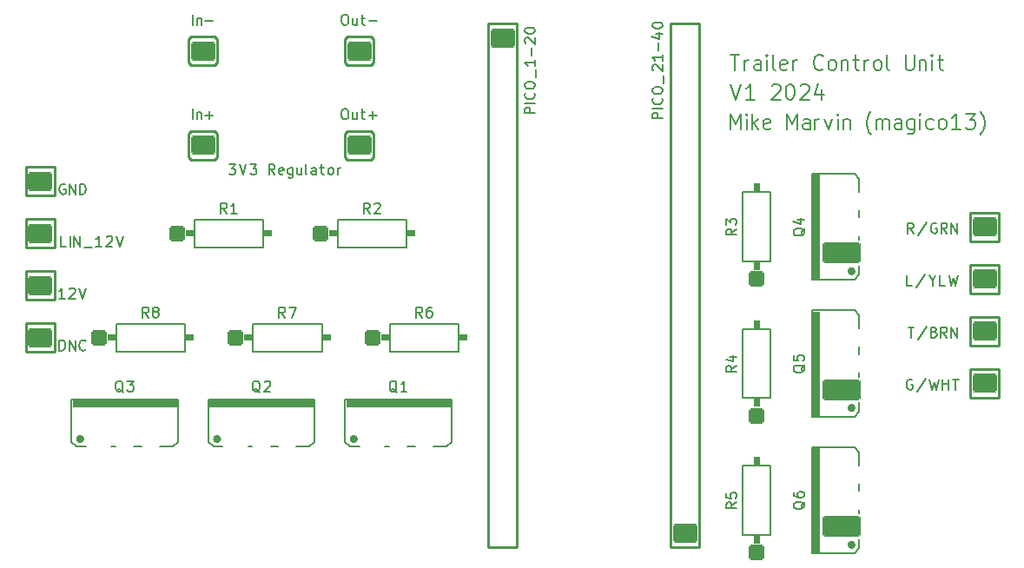
<source format=gbr>
G04 --- HEADER BEGIN --- *
G04 #@! TF.GenerationSoftware,LibrePCB,LibrePCB,1.1.0*
G04 #@! TF.CreationDate,2024-10-06T22:41:27*
G04 #@! TF.ProjectId,phase1,27a80e89-1002-442c-b00c-c9f2b2e6cdd7,v1*
G04 #@! TF.Part,Single*
G04 #@! TF.SameCoordinates*
G04 #@! TF.FileFunction,Legend,Top*
G04 #@! TF.FilePolarity,Positive*
%FSLAX66Y66*%
%MOMM*%
G01*
G75*
G04 --- HEADER END --- *
G04 --- APERTURE LIST BEGIN --- *
%ADD10C,0.25*%
%ADD11C,0.2*%
%ADD12C,0.01*%
%AMROUNDEDRECT13*20,1,1.787,-1.095,0.0,1.095,0.0,0.0*20,1,1.587,-1.195,0.0,1.195,0.0,0.0*1,1,0.2,-1.095,0.7935*1,1,0.2,1.095,0.7935*1,1,0.2,1.095,-0.7935*1,1,0.2,-1.095,-0.7935*%
%ADD13ROUNDEDRECT13*%
%ADD14C,1.56*%
%AMROUNDEDRECT15*20,1,1.56,-0.68,0.0,0.68,0.0,0.0*20,1,1.36,-0.78,0.0,0.78,0.0,0.0*1,1,0.2,-0.68,0.68*1,1,0.2,0.68,0.68*1,1,0.2,0.68,-0.68*1,1,0.2,-0.68,-0.68*%
%ADD15ROUNDEDRECT15*%
%ADD16O,2.39X1.787*%
%ADD17O,3.7X2.1*%
%AMROUNDEDRECT18*20,1,2.1,-1.75,0.0,1.75,0.0,0.0*20,1,1.9,-1.85,0.0,1.85,0.0,0.0*1,1,0.2,-1.75,0.95*1,1,0.2,1.75,0.95*1,1,0.2,1.75,-0.95*1,1,0.2,-1.75,-0.95*%
%ADD18ROUNDEDRECT18*%
%ADD19O,2.1X3.7*%
%AMROUNDEDRECT20*20,1,2.1,-1.75,0.0,1.75,0.0,90.0*20,1,1.9,-1.85,0.0,1.85,0.0,90.0*1,1,0.2,-0.95,-1.75*1,1,0.2,-0.95,1.75*1,1,0.2,0.95,1.75*1,1,0.2,0.95,-1.75*%
%ADD20ROUNDEDRECT20*%
%ADD21C,3.2*%
G04 --- APERTURE LIST END --- *
G04 --- BOARD BEGIN --- *
D10*
G04 #@! TO.C,GND*
X1780000Y45210000D02*
X4570000Y45210000D01*
X4570000Y42420000D01*
X1780000Y42420000D01*
X1780000Y45210000D01*
D11*
G04 #@! TO.C,R8*
X10620000Y29925000D02*
X17320000Y29925000D01*
X17320000Y27225000D01*
X10620000Y27225000D01*
X10620000Y29925000D01*
D12*
G36*
X18170000Y28875000D02*
X17420000Y28875000D01*
X17420000Y28275000D01*
X18170000Y28275000D01*
X18170000Y28875000D01*
G37*
G36*
X9770000Y28875000D02*
X10520000Y28875000D01*
X10520000Y28275000D01*
X9770000Y28275000D01*
X9770000Y28875000D01*
G37*
D10*
G04 #@! TO.C,R/GRN*
X93855000Y40765000D02*
X96645000Y40765000D01*
X96645000Y37975000D01*
X93855000Y37975000D01*
X93855000Y40765000D01*
G04 #@! TO.C,LIN_12V*
X1780000Y40130000D02*
X4570000Y40130000D01*
X4570000Y37340000D01*
X1780000Y37340000D01*
X1780000Y40130000D01*
G04 #@! TO.C,PICO_1-20*
X46865000Y59180000D02*
X49655000Y59180000D01*
X49655000Y8130000D01*
X46865000Y8130000D01*
X46865000Y59180000D01*
D11*
G04 #@! TO.C,R3*
X71675000Y36020000D02*
X71675000Y42720000D01*
X74375000Y42720000D01*
X74375000Y36020000D01*
X71675000Y36020000D01*
D12*
G36*
X72725000Y43570000D02*
X72725000Y42820000D01*
X73325000Y42820000D01*
X73325000Y43570000D01*
X72725000Y43570000D01*
G37*
G36*
X72725000Y35170000D02*
X72725000Y35920000D01*
X73325000Y35920000D01*
X73325000Y35170000D01*
X72725000Y35170000D01*
G37*
D11*
G04 #@! TO.C,R5*
X71675000Y9350000D02*
X71675000Y16050000D01*
X74375000Y16050000D01*
X74375000Y9350000D01*
X71675000Y9350000D01*
D12*
G36*
X72725000Y16900000D02*
X72725000Y16150000D01*
X73325000Y16150000D01*
X73325000Y16900000D01*
X72725000Y16900000D01*
G37*
G36*
X72725000Y8500000D02*
X72725000Y9250000D01*
X73325000Y9250000D01*
X73325000Y8500000D01*
X72725000Y8500000D01*
G37*
D11*
G04 #@! TO.C,R1*
X18240000Y40085000D02*
X24940000Y40085000D01*
X24940000Y37385000D01*
X18240000Y37385000D01*
X18240000Y40085000D01*
D12*
G36*
X25790000Y39035000D02*
X25040000Y39035000D01*
X25040000Y38435000D01*
X25790000Y38435000D01*
X25790000Y39035000D01*
G37*
G36*
X17390000Y39035000D02*
X18140000Y39035000D01*
X18140000Y38435000D01*
X17390000Y38435000D01*
X17390000Y39035000D01*
G37*
D11*
G04 #@! TO.C,Q4*
X83053000Y35570000D02*
X83053000Y34690000D01*
X82553000Y34190000D01*
X78462000Y34190000D01*
X78462000Y44550000D01*
X82553000Y44550000D01*
X83053000Y44050000D01*
X83053000Y42770000D01*
X83053000Y38070000D02*
X83053000Y38470000D01*
D12*
G36*
X79180000Y34290000D02*
X79180000Y44450000D01*
X78562000Y44450000D01*
X78562000Y34290000D01*
X79180000Y34290000D01*
G37*
D11*
X83053000Y40270000D02*
X83053000Y41010000D01*
D12*
G36*
X82689650Y35032950D02*
G02*
X81889650Y35032950I-400000J0D01*
G01*
G02*
X82689650Y35032950I400000J0D01*
G01*
G37*
D11*
G04 #@! TO.C,Q1*
X34300000Y17912000D02*
X33420000Y17912000D01*
X32920000Y18412000D01*
X32920000Y22503000D01*
X43280000Y22503000D01*
X43280000Y18412000D01*
X42780000Y17912000D01*
X41500000Y17912000D01*
X36800000Y17912000D02*
X37200000Y17912000D01*
D12*
G36*
X33020000Y21785000D02*
X43180000Y21785000D01*
X43180000Y22403000D01*
X33020000Y22403000D01*
X33020000Y21785000D01*
G37*
D11*
X39000000Y17912000D02*
X39740000Y17912000D01*
D12*
G36*
X34162950Y18675350D02*
G02*
X33362950Y18675350I-400000J0D01*
G01*
G02*
X34162950Y18675350I400000J0D01*
G01*
G37*
D10*
G04 #@! TO.C,G/WHT*
X93855000Y25525000D02*
X96645000Y25525000D01*
X96645000Y22735000D01*
X93855000Y22735000D01*
X93855000Y25525000D01*
D11*
G04 #@! TO.C,Q6*
X83053000Y8900000D02*
X83053000Y8020000D01*
X82553000Y7520000D01*
X78462000Y7520000D01*
X78462000Y17880000D01*
X82553000Y17880000D01*
X83053000Y17380000D01*
X83053000Y16100000D01*
X83053000Y11400000D02*
X83053000Y11800000D01*
D12*
G36*
X79180000Y7620000D02*
X79180000Y17780000D01*
X78562000Y17780000D01*
X78562000Y7620000D01*
X79180000Y7620000D01*
G37*
D11*
X83053000Y13600000D02*
X83053000Y14340000D01*
D12*
G36*
X82689650Y8362950D02*
G02*
X81889650Y8362950I-400000J0D01*
G01*
G02*
X82689650Y8362950I400000J0D01*
G01*
G37*
D11*
G04 #@! TO.C,R6*
X37290000Y29925000D02*
X43990000Y29925000D01*
X43990000Y27225000D01*
X37290000Y27225000D01*
X37290000Y29925000D01*
D12*
G36*
X44840000Y28875000D02*
X44090000Y28875000D01*
X44090000Y28275000D01*
X44840000Y28275000D01*
X44840000Y28875000D01*
G37*
G36*
X36440000Y28875000D02*
X37190000Y28875000D01*
X37190000Y28275000D01*
X36440000Y28275000D01*
X36440000Y28875000D01*
G37*
D11*
G04 #@! TO.C,R2*
X32210000Y40085000D02*
X38910000Y40085000D01*
X38910000Y37385000D01*
X32210000Y37385000D01*
X32210000Y40085000D01*
D12*
G36*
X39760000Y39035000D02*
X39010000Y39035000D01*
X39010000Y38435000D01*
X39760000Y38435000D01*
X39760000Y39035000D01*
G37*
G36*
X31360000Y39035000D02*
X32110000Y39035000D01*
X32110000Y38435000D01*
X31360000Y38435000D01*
X31360000Y39035000D01*
G37*
D10*
G04 #@! TO.C,In+*
X20445000Y48432500D02*
X20445000Y46182500D01*
X20175000Y45912500D01*
X17925000Y45912500D01*
X17655000Y46182500D01*
X17655000Y48432500D01*
X17925000Y48702500D01*
X20175000Y48702500D01*
X20445000Y48432500D01*
G04 #@! TO.C,T/BRN*
X93855000Y30605000D02*
X96645000Y30605000D01*
X96645000Y27815000D01*
X93855000Y27815000D01*
X93855000Y30605000D01*
D11*
G04 #@! TO.C,Q3*
X7630000Y17912000D02*
X6750000Y17912000D01*
X6250000Y18412000D01*
X6250000Y22503000D01*
X16610000Y22503000D01*
X16610000Y18412000D01*
X16110000Y17912000D01*
X14830000Y17912000D01*
X10130000Y17912000D02*
X10530000Y17912000D01*
D12*
G36*
X6350000Y21785000D02*
X16510000Y21785000D01*
X16510000Y22403000D01*
X6350000Y22403000D01*
X6350000Y21785000D01*
G37*
D11*
X12330000Y17912000D02*
X13070000Y17912000D01*
D12*
G36*
X7492950Y18675350D02*
G02*
X6692950Y18675350I-400000J0D01*
G01*
G02*
X7492950Y18675350I400000J0D01*
G01*
G37*
D11*
G04 #@! TO.C,R4*
X71675000Y22685000D02*
X71675000Y29385000D01*
X74375000Y29385000D01*
X74375000Y22685000D01*
X71675000Y22685000D01*
D12*
G36*
X72725000Y30235000D02*
X72725000Y29485000D01*
X73325000Y29485000D01*
X73325000Y30235000D01*
X72725000Y30235000D01*
G37*
G36*
X72725000Y21835000D02*
X72725000Y22585000D01*
X73325000Y22585000D01*
X73325000Y21835000D01*
X72725000Y21835000D01*
G37*
D10*
G04 #@! TO.C,L/YLW*
X93855000Y35685000D02*
X96645000Y35685000D01*
X96645000Y32895000D01*
X93855000Y32895000D01*
X93855000Y35685000D01*
G04 #@! TO.C,Out-*
X35685000Y57640000D02*
X35685000Y55390000D01*
X35415000Y55120000D01*
X33165000Y55120000D01*
X32895000Y55390000D01*
X32895000Y57640000D01*
X33165000Y57910000D01*
X35415000Y57910000D01*
X35685000Y57640000D01*
G04 #@! TO.C,12V*
X1780000Y35050000D02*
X4570000Y35050000D01*
X4570000Y32260000D01*
X1780000Y32260000D01*
X1780000Y35050000D01*
G04 #@! TO.C,DNC*
X1780000Y29970000D02*
X4570000Y29970000D01*
X4570000Y27180000D01*
X1780000Y27180000D01*
X1780000Y29970000D01*
G04 #@! TO.C,PICO_21-40*
X67435000Y8130000D02*
X64645000Y8130000D01*
X64645000Y59180000D01*
X67435000Y59180000D01*
X67435000Y8130000D01*
D11*
G04 #@! TO.C,Q2*
X20965000Y17912000D02*
X20085000Y17912000D01*
X19585000Y18412000D01*
X19585000Y22503000D01*
X29945000Y22503000D01*
X29945000Y18412000D01*
X29445000Y17912000D01*
X28165000Y17912000D01*
X23465000Y17912000D02*
X23865000Y17912000D01*
D12*
G36*
X19685000Y21785000D02*
X29845000Y21785000D01*
X29845000Y22403000D01*
X19685000Y22403000D01*
X19685000Y21785000D01*
G37*
D11*
X25665000Y17912000D02*
X26405000Y17912000D01*
D12*
G36*
X20827950Y18675350D02*
G02*
X20027950Y18675350I-400000J0D01*
G01*
G02*
X20827950Y18675350I400000J0D01*
G01*
G37*
D11*
G04 #@! TO.C,R7*
X23955000Y29925000D02*
X30655000Y29925000D01*
X30655000Y27225000D01*
X23955000Y27225000D01*
X23955000Y29925000D01*
D12*
G36*
X31505000Y28875000D02*
X30755000Y28875000D01*
X30755000Y28275000D01*
X31505000Y28275000D01*
X31505000Y28875000D01*
G37*
G36*
X23105000Y28875000D02*
X23855000Y28875000D01*
X23855000Y28275000D01*
X23105000Y28275000D01*
X23105000Y28875000D01*
G37*
D10*
G04 #@! TO.C,Out+*
X35685000Y48432500D02*
X35685000Y46182500D01*
X35415000Y45912500D01*
X33165000Y45912500D01*
X32895000Y46182500D01*
X32895000Y48432500D01*
X33165000Y48702500D01*
X35415000Y48702500D01*
X35685000Y48432500D01*
G04 #@! TO.C,In-*
X20445000Y57640000D02*
X20445000Y55390000D01*
X20175000Y55120000D01*
X17925000Y55120000D01*
X17655000Y55390000D01*
X17655000Y57640000D01*
X17925000Y57910000D01*
X20175000Y57910000D01*
X20445000Y57640000D01*
D11*
G04 #@! TO.C,Q5*
X83053000Y22235000D02*
X83053000Y21355000D01*
X82553000Y20855000D01*
X78462000Y20855000D01*
X78462000Y31215000D01*
X82553000Y31215000D01*
X83053000Y30715000D01*
X83053000Y29435000D01*
X83053000Y24735000D02*
X83053000Y25135000D01*
D12*
G36*
X79180000Y20955000D02*
X79180000Y31115000D01*
X78562000Y31115000D01*
X78562000Y20955000D01*
X79180000Y20955000D01*
G37*
D11*
X83053000Y26935000D02*
X83053000Y27675000D01*
D12*
G36*
X82689650Y21697950D02*
G02*
X81889650Y21697950I-400000J0D01*
G01*
G02*
X82689650Y21697950I400000J0D01*
G01*
G37*
D11*
G04 #@! TO.C,GND*
X5640556Y43497222D02*
X5546112Y43545000D01*
X5402778Y43545000D01*
X5259445Y43497222D01*
X5165001Y43401667D01*
X5117223Y43307222D01*
X5069445Y43116111D01*
X5069445Y42973889D01*
X5117223Y42782778D01*
X5165001Y42688333D01*
X5259445Y42592778D01*
X5402778Y42545000D01*
X5498334Y42545000D01*
X5640556Y42592778D01*
X5688334Y42640556D01*
X5688334Y42973889D01*
X5498334Y42973889D01*
X6088334Y42545000D02*
X6088334Y43545000D01*
X6659445Y42545000D01*
X6659445Y43545000D01*
X7059445Y42545000D02*
X7059445Y43545000D01*
X7297223Y43545000D01*
X7440556Y43497222D01*
X7536112Y43401667D01*
X7582778Y43307222D01*
X7630556Y43116111D01*
X7630556Y42973889D01*
X7582778Y42782778D01*
X7536112Y42688333D01*
X7440556Y42592778D01*
X7297223Y42545000D01*
X7059445Y42545000D01*
G04 #@! TO.C,R8*
X13770000Y30525000D02*
X13436667Y31001667D01*
X13198889Y30525000D02*
X13198889Y31525000D01*
X13580000Y31525000D01*
X13675556Y31477222D01*
X13722222Y31429444D01*
X13770000Y31335000D01*
X13770000Y31191667D01*
X13722222Y31096111D01*
X13675556Y31048333D01*
X13580000Y31001667D01*
X13198889Y31001667D01*
X14360000Y31096111D02*
X14265556Y31143889D01*
X14217778Y31191667D01*
X14170000Y31287222D01*
X14170000Y31335000D01*
X14217778Y31429444D01*
X14265556Y31477222D01*
X14360000Y31525000D01*
X14551111Y31525000D01*
X14646667Y31477222D01*
X14693333Y31429444D01*
X14741111Y31335000D01*
X14741111Y31287222D01*
X14693333Y31191667D01*
X14646667Y31143889D01*
X14551111Y31096111D01*
X14360000Y31096111D01*
X14265556Y31048333D01*
X14217778Y31001667D01*
X14170000Y30906111D01*
X14170000Y30715000D01*
X14217778Y30620556D01*
X14265556Y30572778D01*
X14360000Y30525000D01*
X14551111Y30525000D01*
X14646667Y30572778D01*
X14693333Y30620556D01*
X14741111Y30715000D01*
X14741111Y30906111D01*
X14693333Y31001667D01*
X14646667Y31048333D01*
X14551111Y31096111D01*
G04 #@! TO.C,R/GRN*
X88346667Y38735000D02*
X88013334Y39211667D01*
X87775556Y38735000D02*
X87775556Y39735000D01*
X88156667Y39735000D01*
X88252223Y39687222D01*
X88298889Y39639444D01*
X88346667Y39545000D01*
X88346667Y39401667D01*
X88298889Y39306111D01*
X88252223Y39258333D01*
X88156667Y39211667D01*
X87775556Y39211667D01*
X89603334Y39782778D02*
X88746667Y38497222D01*
X90574445Y39687222D02*
X90480001Y39735000D01*
X90336667Y39735000D01*
X90193334Y39687222D01*
X90098890Y39591667D01*
X90051112Y39497222D01*
X90003334Y39306111D01*
X90003334Y39163889D01*
X90051112Y38972778D01*
X90098890Y38878333D01*
X90193334Y38782778D01*
X90336667Y38735000D01*
X90432223Y38735000D01*
X90574445Y38782778D01*
X90622223Y38830556D01*
X90622223Y39163889D01*
X90432223Y39163889D01*
X91593334Y38735000D02*
X91260001Y39211667D01*
X91022223Y38735000D02*
X91022223Y39735000D01*
X91403334Y39735000D01*
X91498890Y39687222D01*
X91545556Y39639444D01*
X91593334Y39545000D01*
X91593334Y39401667D01*
X91545556Y39306111D01*
X91498890Y39258333D01*
X91403334Y39211667D01*
X91022223Y39211667D01*
X91993334Y38735000D02*
X91993334Y39735000D01*
X92564445Y38735000D01*
X92564445Y39735000D01*
G04 #@! TO.C,LIN_12V*
X5698334Y37465000D02*
X5221667Y37465000D01*
X5221667Y38465000D01*
X6098334Y37465000D02*
X6098334Y38465000D01*
X6498334Y37465000D02*
X6498334Y38465000D01*
X7069445Y37465000D01*
X7069445Y38465000D01*
X7469445Y37369444D02*
X8231667Y37369444D01*
X9202778Y37465000D02*
X8631667Y37465000D01*
X8917223Y37465000D02*
X8917223Y38465000D01*
X8821667Y38321667D01*
X8727223Y38227222D01*
X8631667Y38179444D01*
X9650556Y38369444D02*
X9698334Y38417222D01*
X9792778Y38465000D01*
X10031667Y38465000D01*
X10126111Y38417222D01*
X10173889Y38369444D01*
X10221667Y38275000D01*
X10221667Y38179444D01*
X10173889Y38036111D01*
X9602778Y37465000D01*
X10221667Y37465000D01*
X10621667Y38465000D02*
X10955000Y37465000D01*
X11288334Y38465000D01*
G04 #@! TO.C,PICO_1-20*
X51435000Y50438889D02*
X50435000Y50438889D01*
X50435000Y50820000D01*
X50482778Y50915556D01*
X50530556Y50962222D01*
X50625000Y51010000D01*
X50768333Y51010000D01*
X50863889Y50962222D01*
X50911667Y50915556D01*
X50958333Y50820000D01*
X50958333Y50438889D01*
X51435000Y51410000D02*
X50435000Y51410000D01*
X51339444Y52428889D02*
X51387222Y52381111D01*
X51435000Y52238889D01*
X51435000Y52143333D01*
X51387222Y52000000D01*
X51291667Y51905556D01*
X51197222Y51857778D01*
X51006111Y51810000D01*
X50863889Y51810000D01*
X50672778Y51857778D01*
X50578333Y51905556D01*
X50482778Y52000000D01*
X50435000Y52143333D01*
X50435000Y52238889D01*
X50482778Y52381111D01*
X50530556Y52428889D01*
X50435000Y53066667D02*
X50435000Y53257778D01*
X50482778Y53352222D01*
X50578333Y53447778D01*
X50768333Y53495556D01*
X51101667Y53495556D01*
X51291667Y53447778D01*
X51387222Y53352222D01*
X51435000Y53257778D01*
X51435000Y53066667D01*
X51387222Y52972222D01*
X51291667Y52876667D01*
X51101667Y52828889D01*
X50768333Y52828889D01*
X50578333Y52876667D01*
X50482778Y52972222D01*
X50435000Y53066667D01*
X51530556Y53895556D02*
X51530556Y54657778D01*
X51435000Y55628889D02*
X51435000Y55057778D01*
X51435000Y55343334D02*
X50435000Y55343334D01*
X50578333Y55247778D01*
X50672778Y55153334D01*
X50720556Y55057778D01*
X51053889Y56028889D02*
X51053889Y56791111D01*
X50530556Y57238889D02*
X50482778Y57286667D01*
X50435000Y57381111D01*
X50435000Y57620000D01*
X50482778Y57714444D01*
X50530556Y57762222D01*
X50625000Y57810000D01*
X50720556Y57810000D01*
X50863889Y57762222D01*
X51435000Y57191111D01*
X51435000Y57810000D01*
X50435000Y58447778D02*
X50435000Y58543333D01*
X50482778Y58638889D01*
X50530556Y58686667D01*
X50625000Y58733333D01*
X50816111Y58781111D01*
X51053889Y58781111D01*
X51245000Y58733333D01*
X51339444Y58686667D01*
X51387222Y58638889D01*
X51435000Y58543333D01*
X51435000Y58447778D01*
X51387222Y58353333D01*
X51339444Y58305556D01*
X51245000Y58257778D01*
X51053889Y58210000D01*
X50816111Y58210000D01*
X50625000Y58257778D01*
X50530556Y58305556D01*
X50482778Y58353333D01*
X50435000Y58447778D01*
G04 #@! TO.C,R3*
X71075000Y39146111D02*
X70598333Y38812778D01*
X71075000Y38575000D02*
X70075000Y38575000D01*
X70075000Y38956111D01*
X70122778Y39051667D01*
X70170556Y39098333D01*
X70265000Y39146111D01*
X70408333Y39146111D01*
X70503889Y39098333D01*
X70551667Y39051667D01*
X70598333Y38956111D01*
X70598333Y38575000D01*
X70075000Y39546111D02*
X70075000Y40165000D01*
X70456111Y39831667D01*
X70456111Y39975000D01*
X70503889Y40069444D01*
X70551667Y40117222D01*
X70646111Y40165000D01*
X70885000Y40165000D01*
X70979444Y40117222D01*
X71027222Y40069444D01*
X71075000Y39975000D01*
X71075000Y39689444D01*
X71027222Y39593889D01*
X70979444Y39546111D01*
G04 #@! TO.C,R5*
X71075000Y12500000D02*
X70598333Y12166667D01*
X71075000Y11928889D02*
X70075000Y11928889D01*
X70075000Y12310000D01*
X70122778Y12405556D01*
X70170556Y12452222D01*
X70265000Y12500000D01*
X70408333Y12500000D01*
X70503889Y12452222D01*
X70551667Y12405556D01*
X70598333Y12310000D01*
X70598333Y11928889D01*
X70075000Y13423333D02*
X70075000Y12947778D01*
X70551667Y12900000D01*
X70503889Y12947778D01*
X70456111Y13043333D01*
X70456111Y13281111D01*
X70503889Y13376667D01*
X70551667Y13423333D01*
X70646111Y13471111D01*
X70885000Y13471111D01*
X70979444Y13423333D01*
X71027222Y13376667D01*
X71075000Y13281111D01*
X71075000Y13043333D01*
X71027222Y12947778D01*
X70979444Y12900000D01*
G04 #@! TO.C,R1*
X21390000Y40685000D02*
X21056667Y41161667D01*
X20818889Y40685000D02*
X20818889Y41685000D01*
X21200000Y41685000D01*
X21295556Y41637222D01*
X21342222Y41589444D01*
X21390000Y41495000D01*
X21390000Y41351667D01*
X21342222Y41256111D01*
X21295556Y41208333D01*
X21200000Y41161667D01*
X20818889Y41161667D01*
X22361111Y40685000D02*
X21790000Y40685000D01*
X22075556Y40685000D02*
X22075556Y41685000D01*
X21980000Y41541667D01*
X21885556Y41447222D01*
X21790000Y41399444D01*
G04 #@! TO.C,Q4*
X77737006Y39217778D02*
X77689228Y39122223D01*
X77593672Y39026667D01*
X77451450Y38884445D01*
X77403672Y38788890D01*
X77403672Y38693334D01*
X77641450Y38741112D02*
X77593672Y38646667D01*
X77498117Y38551112D01*
X77308117Y38503334D01*
X76974783Y38503334D01*
X76784783Y38551112D01*
X76689228Y38646667D01*
X76641450Y38741112D01*
X76641450Y38932223D01*
X76689228Y39026667D01*
X76784783Y39122223D01*
X76974783Y39170001D01*
X77308117Y39170001D01*
X77498117Y39122223D01*
X77593672Y39026667D01*
X77641450Y38932223D01*
X77641450Y38741112D01*
X76974783Y40094445D02*
X77641450Y40094445D01*
X76593672Y39855556D02*
X77308117Y39617778D01*
X77308117Y40236667D01*
G04 #@! TO.C,Q1*
X37971667Y23227994D02*
X37876112Y23275772D01*
X37780556Y23371328D01*
X37638334Y23513550D01*
X37542779Y23561328D01*
X37447223Y23561328D01*
X37495001Y23323550D02*
X37400556Y23371328D01*
X37305001Y23466883D01*
X37257223Y23656883D01*
X37257223Y23990217D01*
X37305001Y24180217D01*
X37400556Y24275772D01*
X37495001Y24323550D01*
X37686112Y24323550D01*
X37780556Y24275772D01*
X37876112Y24180217D01*
X37923890Y23990217D01*
X37923890Y23656883D01*
X37876112Y23466883D01*
X37780556Y23371328D01*
X37686112Y23323550D01*
X37495001Y23323550D01*
X38942778Y23323550D02*
X38371667Y23323550D01*
X38657223Y23323550D02*
X38657223Y24323550D01*
X38561667Y24180217D01*
X38467223Y24085772D01*
X38371667Y24037994D01*
G04 #@! TO.C,G/WHT*
X88203889Y24447222D02*
X88109445Y24495000D01*
X87966111Y24495000D01*
X87822778Y24447222D01*
X87728334Y24351667D01*
X87680556Y24257222D01*
X87632778Y24066111D01*
X87632778Y23923889D01*
X87680556Y23732778D01*
X87728334Y23638333D01*
X87822778Y23542778D01*
X87966111Y23495000D01*
X88061667Y23495000D01*
X88203889Y23542778D01*
X88251667Y23590556D01*
X88251667Y23923889D01*
X88061667Y23923889D01*
X89508334Y24542778D02*
X88651667Y23257222D01*
X89908334Y24495000D02*
X90146112Y23495000D01*
X90337223Y24209444D01*
X90527223Y23495000D01*
X90765001Y24495000D01*
X91165001Y23495000D02*
X91165001Y24495000D01*
X91165001Y24018333D02*
X91736112Y24018333D01*
X91736112Y23495000D02*
X91736112Y24495000D01*
X92136112Y24495000D02*
X92707223Y24495000D01*
X92421668Y23495000D02*
X92421668Y24495000D01*
G04 #@! TO.C,Q6*
X77737006Y12571667D02*
X77689228Y12476112D01*
X77593672Y12380556D01*
X77451450Y12238334D01*
X77403672Y12142779D01*
X77403672Y12047223D01*
X77641450Y12095001D02*
X77593672Y12000556D01*
X77498117Y11905001D01*
X77308117Y11857223D01*
X76974783Y11857223D01*
X76784783Y11905001D01*
X76689228Y12000556D01*
X76641450Y12095001D01*
X76641450Y12286112D01*
X76689228Y12380556D01*
X76784783Y12476112D01*
X76974783Y12523890D01*
X77308117Y12523890D01*
X77498117Y12476112D01*
X77593672Y12380556D01*
X77641450Y12286112D01*
X77641450Y12095001D01*
X76641450Y13448334D02*
X76641450Y13257223D01*
X76689228Y13161667D01*
X76737006Y13115000D01*
X76879228Y13019445D01*
X77070339Y12971667D01*
X77451450Y12971667D01*
X77545894Y13019445D01*
X77593672Y13067223D01*
X77641450Y13161667D01*
X77641450Y13352778D01*
X77593672Y13448334D01*
X77545894Y13495000D01*
X77451450Y13542778D01*
X77212561Y13542778D01*
X77118117Y13495000D01*
X77070339Y13448334D01*
X77022561Y13352778D01*
X77022561Y13161667D01*
X77070339Y13067223D01*
X77118117Y13019445D01*
X77212561Y12971667D01*
G04 #@! TO.C,R6*
X40440000Y30525000D02*
X40106667Y31001667D01*
X39868889Y30525000D02*
X39868889Y31525000D01*
X40250000Y31525000D01*
X40345556Y31477222D01*
X40392222Y31429444D01*
X40440000Y31335000D01*
X40440000Y31191667D01*
X40392222Y31096111D01*
X40345556Y31048333D01*
X40250000Y31001667D01*
X39868889Y31001667D01*
X41316667Y31525000D02*
X41125556Y31525000D01*
X41030000Y31477222D01*
X40983333Y31429444D01*
X40887778Y31287222D01*
X40840000Y31096111D01*
X40840000Y30715000D01*
X40887778Y30620556D01*
X40935556Y30572778D01*
X41030000Y30525000D01*
X41221111Y30525000D01*
X41316667Y30572778D01*
X41363333Y30620556D01*
X41411111Y30715000D01*
X41411111Y30953889D01*
X41363333Y31048333D01*
X41316667Y31096111D01*
X41221111Y31143889D01*
X41030000Y31143889D01*
X40935556Y31096111D01*
X40887778Y31048333D01*
X40840000Y30953889D01*
G04 #@! TO.C,R2*
X35336111Y40685000D02*
X35002778Y41161667D01*
X34765000Y40685000D02*
X34765000Y41685000D01*
X35146111Y41685000D01*
X35241667Y41637222D01*
X35288333Y41589444D01*
X35336111Y41495000D01*
X35336111Y41351667D01*
X35288333Y41256111D01*
X35241667Y41208333D01*
X35146111Y41161667D01*
X34765000Y41161667D01*
X35783889Y41589444D02*
X35831667Y41637222D01*
X35926111Y41685000D01*
X36165000Y41685000D01*
X36259444Y41637222D01*
X36307222Y41589444D01*
X36355000Y41495000D01*
X36355000Y41399444D01*
X36307222Y41256111D01*
X35736111Y40685000D01*
X36355000Y40685000D01*
G04 #@! TO.C,In+*
X18054445Y49847500D02*
X18054445Y50847500D01*
X18454445Y50514167D02*
X18454445Y49847500D01*
X18454445Y50418611D02*
X18502223Y50466389D01*
X18597778Y50514167D01*
X18740001Y50514167D01*
X18835556Y50466389D01*
X18883334Y50370833D01*
X18883334Y49847500D01*
X19283334Y50228611D02*
X20045556Y50228611D01*
X19664445Y49847500D02*
X19664445Y50609722D01*
G04 #@! TO.C,T/BRN*
X87799445Y29575000D02*
X88370556Y29575000D01*
X88085001Y28575000D02*
X88085001Y29575000D01*
X89627223Y29622778D02*
X88770556Y28337222D01*
X90360556Y29098333D02*
X90503890Y29051667D01*
X90550556Y29003889D01*
X90598334Y28908333D01*
X90598334Y28765000D01*
X90550556Y28670556D01*
X90503890Y28622778D01*
X90408334Y28575000D01*
X90027223Y28575000D01*
X90027223Y29575000D01*
X90360556Y29575000D01*
X90456112Y29527222D01*
X90503890Y29479444D01*
X90550556Y29385000D01*
X90550556Y29289444D01*
X90503890Y29193889D01*
X90456112Y29146111D01*
X90360556Y29098333D01*
X90027223Y29098333D01*
X91569445Y28575000D02*
X91236112Y29051667D01*
X90998334Y28575000D02*
X90998334Y29575000D01*
X91379445Y29575000D01*
X91475001Y29527222D01*
X91521667Y29479444D01*
X91569445Y29385000D01*
X91569445Y29241667D01*
X91521667Y29146111D01*
X91475001Y29098333D01*
X91379445Y29051667D01*
X90998334Y29051667D01*
X91969445Y28575000D02*
X91969445Y29575000D01*
X92540556Y28575000D01*
X92540556Y29575000D01*
G04 #@! TO.C,Q3*
X11277778Y23227994D02*
X11182223Y23275772D01*
X11086667Y23371328D01*
X10944445Y23513550D01*
X10848890Y23561328D01*
X10753334Y23561328D01*
X10801112Y23323550D02*
X10706667Y23371328D01*
X10611112Y23466883D01*
X10563334Y23656883D01*
X10563334Y23990217D01*
X10611112Y24180217D01*
X10706667Y24275772D01*
X10801112Y24323550D01*
X10992223Y24323550D01*
X11086667Y24275772D01*
X11182223Y24180217D01*
X11230001Y23990217D01*
X11230001Y23656883D01*
X11182223Y23466883D01*
X11086667Y23371328D01*
X10992223Y23323550D01*
X10801112Y23323550D01*
X11677778Y24323550D02*
X12296667Y24323550D01*
X11963334Y23942439D01*
X12106667Y23942439D01*
X12201111Y23894661D01*
X12248889Y23846883D01*
X12296667Y23752439D01*
X12296667Y23513550D01*
X12248889Y23419106D01*
X12201111Y23371328D01*
X12106667Y23323550D01*
X11821111Y23323550D01*
X11725556Y23371328D01*
X11677778Y23419106D01*
G04 #@! TO.C,R4*
X71075000Y25811111D02*
X70598333Y25477778D01*
X71075000Y25240000D02*
X70075000Y25240000D01*
X70075000Y25621111D01*
X70122778Y25716667D01*
X70170556Y25763333D01*
X70265000Y25811111D01*
X70408333Y25811111D01*
X70503889Y25763333D01*
X70551667Y25716667D01*
X70598333Y25621111D01*
X70598333Y25240000D01*
X70408333Y26687778D02*
X71075000Y26687778D01*
X70027222Y26448889D02*
X70741667Y26211111D01*
X70741667Y26830000D01*
G04 #@! TO.C,L/YLW*
X88180000Y33655000D02*
X87703333Y33655000D01*
X87703333Y34655000D01*
X89436667Y34702778D02*
X88580000Y33417222D01*
X90170000Y34131667D02*
X90170000Y33655000D01*
X89836667Y34655000D02*
X90170000Y34131667D01*
X90503334Y34655000D01*
X91380001Y33655000D02*
X90903334Y33655000D01*
X90903334Y34655000D01*
X91780001Y34655000D02*
X92017779Y33655000D01*
X92208890Y34369444D01*
X92398890Y33655000D01*
X92636668Y34655000D01*
G04 #@! TO.C,Out-*
X32808334Y60055000D02*
X32999445Y60055000D01*
X33093889Y60007222D01*
X33189445Y59911667D01*
X33237223Y59721667D01*
X33237223Y59388333D01*
X33189445Y59198333D01*
X33093889Y59102778D01*
X32999445Y59055000D01*
X32808334Y59055000D01*
X32713889Y59102778D01*
X32618334Y59198333D01*
X32570556Y59388333D01*
X32570556Y59721667D01*
X32618334Y59911667D01*
X32713889Y60007222D01*
X32808334Y60055000D01*
X34066112Y59721667D02*
X34066112Y59055000D01*
X33637223Y59721667D02*
X33637223Y59198333D01*
X33685001Y59102778D01*
X33780556Y59055000D01*
X33922779Y59055000D01*
X34018334Y59102778D01*
X34066112Y59150556D01*
X34466112Y59721667D02*
X34847223Y59721667D01*
X34609445Y60055000D02*
X34609445Y59198333D01*
X34656112Y59102778D01*
X34751668Y59055000D01*
X34847223Y59055000D01*
X35247223Y59436111D02*
X36009445Y59436111D01*
G04 #@! TO.C,12V*
X5592778Y32385000D02*
X5021667Y32385000D01*
X5307223Y32385000D02*
X5307223Y33385000D01*
X5211667Y33241667D01*
X5117223Y33147222D01*
X5021667Y33099444D01*
X6040556Y33289444D02*
X6088334Y33337222D01*
X6182778Y33385000D01*
X6421667Y33385000D01*
X6516111Y33337222D01*
X6563889Y33289444D01*
X6611667Y33195000D01*
X6611667Y33099444D01*
X6563889Y32956111D01*
X5992778Y32385000D01*
X6611667Y32385000D01*
X7011667Y33385000D02*
X7345000Y32385000D01*
X7678334Y33385000D01*
G04 #@! TO.C,DNC*
X5069445Y27305000D02*
X5069445Y28305000D01*
X5307223Y28305000D01*
X5450556Y28257222D01*
X5546112Y28161667D01*
X5592778Y28067222D01*
X5640556Y27876111D01*
X5640556Y27733889D01*
X5592778Y27542778D01*
X5546112Y27448333D01*
X5450556Y27352778D01*
X5307223Y27305000D01*
X5069445Y27305000D01*
X6040556Y27305000D02*
X6040556Y28305000D01*
X6611667Y27305000D01*
X6611667Y28305000D01*
X7630556Y27400556D02*
X7582778Y27352778D01*
X7440556Y27305000D01*
X7345000Y27305000D01*
X7201667Y27352778D01*
X7107223Y27448333D01*
X7059445Y27542778D01*
X7011667Y27733889D01*
X7011667Y27876111D01*
X7059445Y28067222D01*
X7107223Y28161667D01*
X7201667Y28257222D01*
X7345000Y28305000D01*
X7440556Y28305000D01*
X7582778Y28257222D01*
X7630556Y28209444D01*
G04 #@! TO.C,PICO_21-40*
X63865000Y49929445D02*
X62865000Y49929445D01*
X62865000Y50310556D01*
X62912778Y50406112D01*
X62960556Y50452778D01*
X63055000Y50500556D01*
X63198333Y50500556D01*
X63293889Y50452778D01*
X63341667Y50406112D01*
X63388333Y50310556D01*
X63388333Y49929445D01*
X63865000Y50900556D02*
X62865000Y50900556D01*
X63769444Y51919445D02*
X63817222Y51871667D01*
X63865000Y51729445D01*
X63865000Y51633889D01*
X63817222Y51490556D01*
X63721667Y51396112D01*
X63627222Y51348334D01*
X63436111Y51300556D01*
X63293889Y51300556D01*
X63102778Y51348334D01*
X63008333Y51396112D01*
X62912778Y51490556D01*
X62865000Y51633889D01*
X62865000Y51729445D01*
X62912778Y51871667D01*
X62960556Y51919445D01*
X62865000Y52557223D02*
X62865000Y52748334D01*
X62912778Y52842778D01*
X63008333Y52938334D01*
X63198333Y52986112D01*
X63531667Y52986112D01*
X63721667Y52938334D01*
X63817222Y52842778D01*
X63865000Y52748334D01*
X63865000Y52557223D01*
X63817222Y52462778D01*
X63721667Y52367223D01*
X63531667Y52319445D01*
X63198333Y52319445D01*
X63008333Y52367223D01*
X62912778Y52462778D01*
X62865000Y52557223D01*
X63960556Y53386112D02*
X63960556Y54148334D01*
X62960556Y54596112D02*
X62912778Y54643890D01*
X62865000Y54738334D01*
X62865000Y54977223D01*
X62912778Y55071667D01*
X62960556Y55119445D01*
X63055000Y55167223D01*
X63150556Y55167223D01*
X63293889Y55119445D01*
X63865000Y54548334D01*
X63865000Y55167223D01*
X63865000Y56138334D02*
X63865000Y55567223D01*
X63865000Y55852779D02*
X62865000Y55852779D01*
X63008333Y55757223D01*
X63102778Y55662779D01*
X63150556Y55567223D01*
X63483889Y56538334D02*
X63483889Y57300556D01*
X63198333Y58177223D02*
X63865000Y58177223D01*
X62817222Y57938334D02*
X63531667Y57700556D01*
X63531667Y58319445D01*
X62865000Y58957223D02*
X62865000Y59052778D01*
X62912778Y59148334D01*
X62960556Y59196112D01*
X63055000Y59242778D01*
X63246111Y59290556D01*
X63483889Y59290556D01*
X63675000Y59242778D01*
X63769444Y59196112D01*
X63817222Y59148334D01*
X63865000Y59052778D01*
X63865000Y58957223D01*
X63817222Y58862778D01*
X63769444Y58815001D01*
X63675000Y58767223D01*
X63483889Y58719445D01*
X63246111Y58719445D01*
X63055000Y58767223D01*
X62960556Y58815001D01*
X62912778Y58862778D01*
X62865000Y58957223D01*
G04 #@! TO.C,Q2*
X24612778Y23227994D02*
X24517223Y23275772D01*
X24421667Y23371328D01*
X24279445Y23513550D01*
X24183890Y23561328D01*
X24088334Y23561328D01*
X24136112Y23323550D02*
X24041667Y23371328D01*
X23946112Y23466883D01*
X23898334Y23656883D01*
X23898334Y23990217D01*
X23946112Y24180217D01*
X24041667Y24275772D01*
X24136112Y24323550D01*
X24327223Y24323550D01*
X24421667Y24275772D01*
X24517223Y24180217D01*
X24565001Y23990217D01*
X24565001Y23656883D01*
X24517223Y23466883D01*
X24421667Y23371328D01*
X24327223Y23323550D01*
X24136112Y23323550D01*
X25060556Y24227994D02*
X25108334Y24275772D01*
X25202778Y24323550D01*
X25441667Y24323550D01*
X25536111Y24275772D01*
X25583889Y24227994D01*
X25631667Y24133550D01*
X25631667Y24037994D01*
X25583889Y23894661D01*
X25012778Y23323550D01*
X25631667Y23323550D01*
G04 #@! TO.C,R7*
X27057222Y30525000D02*
X26723889Y31001667D01*
X26486111Y30525000D02*
X26486111Y31525000D01*
X26867222Y31525000D01*
X26962778Y31477222D01*
X27009444Y31429444D01*
X27057222Y31335000D01*
X27057222Y31191667D01*
X27009444Y31096111D01*
X26962778Y31048333D01*
X26867222Y31001667D01*
X26486111Y31001667D01*
X27457222Y31525000D02*
X28123889Y31525000D01*
X27695000Y30525000D01*
G04 #@! TO.C,Out+*
X32808334Y50847500D02*
X32999445Y50847500D01*
X33093889Y50799722D01*
X33189445Y50704167D01*
X33237223Y50514167D01*
X33237223Y50180833D01*
X33189445Y49990833D01*
X33093889Y49895278D01*
X32999445Y49847500D01*
X32808334Y49847500D01*
X32713889Y49895278D01*
X32618334Y49990833D01*
X32570556Y50180833D01*
X32570556Y50514167D01*
X32618334Y50704167D01*
X32713889Y50799722D01*
X32808334Y50847500D01*
X34066112Y50514167D02*
X34066112Y49847500D01*
X33637223Y50514167D02*
X33637223Y49990833D01*
X33685001Y49895278D01*
X33780556Y49847500D01*
X33922779Y49847500D01*
X34018334Y49895278D01*
X34066112Y49943056D01*
X34466112Y50514167D02*
X34847223Y50514167D01*
X34609445Y50847500D02*
X34609445Y49990833D01*
X34656112Y49895278D01*
X34751668Y49847500D01*
X34847223Y49847500D01*
X35247223Y50228611D02*
X36009445Y50228611D01*
X35628334Y49847500D02*
X35628334Y50609722D01*
G04 #@! TO.C,In-*
X18054445Y59055000D02*
X18054445Y60055000D01*
X18454445Y59721667D02*
X18454445Y59055000D01*
X18454445Y59626111D02*
X18502223Y59673889D01*
X18597778Y59721667D01*
X18740001Y59721667D01*
X18835556Y59673889D01*
X18883334Y59578333D01*
X18883334Y59055000D01*
X19283334Y59436111D02*
X20045556Y59436111D01*
G04 #@! TO.C,Q5*
X77737006Y25906667D02*
X77689228Y25811112D01*
X77593672Y25715556D01*
X77451450Y25573334D01*
X77403672Y25477779D01*
X77403672Y25382223D01*
X77641450Y25430001D02*
X77593672Y25335556D01*
X77498117Y25240001D01*
X77308117Y25192223D01*
X76974783Y25192223D01*
X76784783Y25240001D01*
X76689228Y25335556D01*
X76641450Y25430001D01*
X76641450Y25621112D01*
X76689228Y25715556D01*
X76784783Y25811112D01*
X76974783Y25858890D01*
X77308117Y25858890D01*
X77498117Y25811112D01*
X77593672Y25715556D01*
X77641450Y25621112D01*
X77641450Y25430001D01*
X76641450Y26830000D02*
X76641450Y26354445D01*
X77118117Y26306667D01*
X77070339Y26354445D01*
X77022561Y26450000D01*
X77022561Y26687778D01*
X77070339Y26783334D01*
X77118117Y26830000D01*
X77212561Y26877778D01*
X77451450Y26877778D01*
X77545894Y26830000D01*
X77593672Y26783334D01*
X77641450Y26687778D01*
X77641450Y26450000D01*
X77593672Y26354445D01*
X77545894Y26306667D01*
G04 #@! TD*
X70485000Y56128330D02*
X71341667Y56128330D01*
X70913333Y54628330D02*
X70913333Y56128330D01*
X71841667Y54628330D02*
X71841667Y55628330D01*
X71841667Y55343330D02*
X71913334Y55484997D01*
X71985000Y55556663D01*
X72126667Y55628330D01*
X72270000Y55628330D01*
X73485000Y54628330D02*
X73485000Y55413330D01*
X73413333Y55556663D01*
X73270000Y55628330D01*
X72985000Y55628330D01*
X72841667Y55556663D01*
X73485000Y54699997D02*
X73341667Y54628330D01*
X72985000Y54628330D01*
X72841667Y54699997D01*
X72770000Y54843330D01*
X72770000Y54984997D01*
X72841667Y55128330D01*
X72985000Y55199997D01*
X73341667Y55199997D01*
X73485000Y55271663D01*
X74056667Y54628330D02*
X74056667Y55628330D01*
X74056667Y56128330D02*
X73985000Y56056663D01*
X74056667Y55984997D01*
X74128333Y56056663D01*
X74056667Y56128330D01*
X74056667Y55984997D01*
X74843333Y54628330D02*
X74700000Y54699997D01*
X74628333Y54843330D01*
X74628333Y56128330D01*
X75986666Y54699997D02*
X75843333Y54628330D01*
X75558333Y54628330D01*
X75415000Y54699997D01*
X75343333Y54843330D01*
X75343333Y55413330D01*
X75415000Y55556663D01*
X75558333Y55628330D01*
X75843333Y55628330D01*
X75986666Y55556663D01*
X76058333Y55413330D01*
X76058333Y55271663D01*
X75343333Y55128330D01*
X76558333Y54628330D02*
X76558333Y55628330D01*
X76558333Y55343330D02*
X76630000Y55484997D01*
X76701666Y55556663D01*
X76843333Y55628330D01*
X76986666Y55628330D01*
X79514998Y54771663D02*
X79443332Y54699997D01*
X79229998Y54628330D01*
X79086665Y54628330D01*
X78871665Y54699997D01*
X78729998Y54843330D01*
X78658332Y54984997D01*
X78586665Y55271663D01*
X78586665Y55484997D01*
X78658332Y55771663D01*
X78729998Y55913330D01*
X78871665Y56056663D01*
X79086665Y56128330D01*
X79229998Y56128330D01*
X79443332Y56056663D01*
X79514998Y55984997D01*
X80299998Y54628330D02*
X80158331Y54699997D01*
X80086665Y54771663D01*
X80014998Y54913330D01*
X80014998Y55343330D01*
X80086665Y55484997D01*
X80158331Y55556663D01*
X80299998Y55628330D01*
X80514998Y55628330D01*
X80658331Y55556663D01*
X80729998Y55484997D01*
X80799998Y55343330D01*
X80799998Y54913330D01*
X80729998Y54771663D01*
X80658331Y54699997D01*
X80514998Y54628330D01*
X80299998Y54628330D01*
X81299998Y55628330D02*
X81299998Y54628330D01*
X81299998Y55484997D02*
X81371665Y55556663D01*
X81514998Y55628330D01*
X81728331Y55628330D01*
X81871665Y55556663D01*
X81943331Y55413330D01*
X81943331Y54628330D01*
X82443331Y55628330D02*
X83014998Y55628330D01*
X82658331Y56128330D02*
X82658331Y54843330D01*
X82728331Y54699997D01*
X82871664Y54628330D01*
X83014998Y54628330D01*
X83514998Y54628330D02*
X83514998Y55628330D01*
X83514998Y55343330D02*
X83586665Y55484997D01*
X83658331Y55556663D01*
X83799998Y55628330D01*
X83943331Y55628330D01*
X84728331Y54628330D02*
X84586664Y54699997D01*
X84514998Y54771663D01*
X84443331Y54913330D01*
X84443331Y55343330D01*
X84514998Y55484997D01*
X84586664Y55556663D01*
X84728331Y55628330D01*
X84943331Y55628330D01*
X85086664Y55556663D01*
X85158331Y55484997D01*
X85228331Y55343330D01*
X85228331Y54913330D01*
X85158331Y54771663D01*
X85086664Y54699997D01*
X84943331Y54628330D01*
X84728331Y54628330D01*
X85943331Y54628330D02*
X85799998Y54699997D01*
X85728331Y54843330D01*
X85728331Y56128330D01*
X87543330Y56128330D02*
X87543330Y54913330D01*
X87614997Y54771663D01*
X87686663Y54699997D01*
X87828330Y54628330D01*
X88114997Y54628330D01*
X88258330Y54699997D01*
X88328330Y54771663D01*
X88399997Y54913330D01*
X88399997Y56128330D01*
X88899997Y55628330D02*
X88899997Y54628330D01*
X88899997Y55484997D02*
X88971664Y55556663D01*
X89114997Y55628330D01*
X89328330Y55628330D01*
X89471664Y55556663D01*
X89543330Y55413330D01*
X89543330Y54628330D01*
X90114997Y54628330D02*
X90114997Y55628330D01*
X90114997Y56128330D02*
X90043330Y56056663D01*
X90114997Y55984997D01*
X90186663Y56056663D01*
X90114997Y56128330D01*
X90114997Y55984997D01*
X90686663Y55628330D02*
X91258330Y55628330D01*
X90901663Y56128330D02*
X90901663Y54843330D01*
X90971663Y54699997D01*
X91114996Y54628330D01*
X91258330Y54628330D01*
X70485000Y53261665D02*
X70985000Y51761665D01*
X71485000Y53261665D01*
X72841667Y51761665D02*
X71985000Y51761665D01*
X72413333Y51761665D02*
X72413333Y53261665D01*
X72270000Y53046665D01*
X72128333Y52904998D01*
X71985000Y52833332D01*
X74513333Y53118332D02*
X74584999Y53189998D01*
X74726666Y53261665D01*
X75084999Y53261665D01*
X75226666Y53189998D01*
X75298333Y53118332D01*
X75369999Y52976665D01*
X75369999Y52833332D01*
X75298333Y52618332D01*
X74441666Y51761665D01*
X75369999Y51761665D01*
X76226666Y53261665D02*
X76369999Y53261665D01*
X76513332Y53189998D01*
X76584999Y53118332D01*
X76654999Y52976665D01*
X76726666Y52689998D01*
X76726666Y52333332D01*
X76654999Y52046665D01*
X76584999Y51904998D01*
X76513332Y51833332D01*
X76369999Y51761665D01*
X76226666Y51761665D01*
X76084999Y51833332D01*
X76013332Y51904998D01*
X75941666Y52046665D01*
X75869999Y52333332D01*
X75869999Y52689998D01*
X75941666Y52976665D01*
X76013332Y53118332D01*
X76084999Y53189998D01*
X76226666Y53261665D01*
X77298333Y53118332D02*
X77369999Y53189998D01*
X77511666Y53261665D01*
X77869999Y53261665D01*
X78011666Y53189998D01*
X78083333Y53118332D01*
X78154999Y52976665D01*
X78154999Y52833332D01*
X78083333Y52618332D01*
X77226666Y51761665D01*
X78154999Y51761665D01*
X79369999Y52761665D02*
X79369999Y51761665D01*
X79011666Y53333332D02*
X78654999Y52261665D01*
X79583332Y52261665D01*
X70485000Y48895000D02*
X70485000Y50395000D01*
X70985000Y49323333D01*
X71485000Y50395000D01*
X71485000Y48895000D01*
X72056667Y48895000D02*
X72056667Y49895000D01*
X72056667Y50395000D02*
X71985000Y50323333D01*
X72056667Y50251667D01*
X72128333Y50323333D01*
X72056667Y50395000D01*
X72056667Y50251667D01*
X72628333Y48895000D02*
X72628333Y50395000D01*
X72771666Y49466667D02*
X73200000Y48895000D01*
X73200000Y49895000D02*
X72628333Y49323333D01*
X74343333Y48966667D02*
X74200000Y48895000D01*
X73915000Y48895000D01*
X73771667Y48966667D01*
X73700000Y49110000D01*
X73700000Y49680000D01*
X73771667Y49823333D01*
X73915000Y49895000D01*
X74200000Y49895000D01*
X74343333Y49823333D01*
X74415000Y49680000D01*
X74415000Y49538333D01*
X73700000Y49395000D01*
X76014999Y48895000D02*
X76014999Y50395000D01*
X76514999Y49323333D01*
X77014999Y50395000D01*
X77014999Y48895000D01*
X78229999Y48895000D02*
X78229999Y49680000D01*
X78158332Y49823333D01*
X78014999Y49895000D01*
X77729999Y49895000D01*
X77586666Y49823333D01*
X78229999Y48966667D02*
X78086666Y48895000D01*
X77729999Y48895000D01*
X77586666Y48966667D01*
X77514999Y49110000D01*
X77514999Y49251667D01*
X77586666Y49395000D01*
X77729999Y49466667D01*
X78086666Y49466667D01*
X78229999Y49538333D01*
X78729999Y48895000D02*
X78729999Y49895000D01*
X78729999Y49610000D02*
X78801666Y49751667D01*
X78873332Y49823333D01*
X79014999Y49895000D01*
X79158332Y49895000D01*
X79658332Y49895000D02*
X80014999Y48895000D01*
X80373332Y49895000D01*
X80944999Y48895000D02*
X80944999Y49895000D01*
X80944999Y50395000D02*
X80873332Y50323333D01*
X80944999Y50251667D01*
X81016665Y50323333D01*
X80944999Y50395000D01*
X80944999Y50251667D01*
X81516665Y49895000D02*
X81516665Y48895000D01*
X81516665Y49751667D02*
X81588332Y49823333D01*
X81731665Y49895000D01*
X81944998Y49895000D01*
X82088332Y49823333D01*
X82159998Y49680000D01*
X82159998Y48895000D01*
X84188330Y48323333D02*
X84116664Y48395000D01*
X83974997Y48610000D01*
X83903330Y48751667D01*
X83831664Y48966667D01*
X83759997Y49323333D01*
X83759997Y49610000D01*
X83831664Y49966667D01*
X83903330Y50180000D01*
X83974997Y50323333D01*
X84116664Y50538333D01*
X84188330Y50610000D01*
X84688330Y48895000D02*
X84688330Y49895000D01*
X84688330Y49751667D02*
X84759997Y49823333D01*
X84903330Y49895000D01*
X85116663Y49895000D01*
X85259997Y49823333D01*
X85331663Y49680000D01*
X85331663Y48895000D01*
X85331663Y49680000D02*
X85403330Y49823333D01*
X85544997Y49895000D01*
X85759997Y49895000D01*
X85903330Y49823333D01*
X85973330Y49680000D01*
X85973330Y48895000D01*
X87188330Y48895000D02*
X87188330Y49680000D01*
X87116663Y49823333D01*
X86973330Y49895000D01*
X86688330Y49895000D01*
X86544997Y49823333D01*
X87188330Y48966667D02*
X87044997Y48895000D01*
X86688330Y48895000D01*
X86544997Y48966667D01*
X86473330Y49110000D01*
X86473330Y49251667D01*
X86544997Y49395000D01*
X86688330Y49466667D01*
X87044997Y49466667D01*
X87188330Y49538333D01*
X88403330Y49895000D02*
X88403330Y48680000D01*
X88331663Y48538333D01*
X88259997Y48466667D01*
X88116663Y48395000D01*
X87903330Y48395000D01*
X87759997Y48466667D01*
X88403330Y48966667D02*
X88259997Y48895000D01*
X87973330Y48895000D01*
X87831663Y48966667D01*
X87759997Y49038333D01*
X87688330Y49180000D01*
X87688330Y49610000D01*
X87759997Y49751667D01*
X87831663Y49823333D01*
X87973330Y49895000D01*
X88259997Y49895000D01*
X88403330Y49823333D01*
X88974997Y48895000D02*
X88974997Y49895000D01*
X88974997Y50395000D02*
X88903330Y50323333D01*
X88974997Y50251667D01*
X89046663Y50323333D01*
X88974997Y50395000D01*
X88974997Y50251667D01*
X90261663Y48966667D02*
X90118330Y48895000D01*
X89831663Y48895000D01*
X89689996Y48966667D01*
X89618330Y49038333D01*
X89546663Y49180000D01*
X89546663Y49610000D01*
X89618330Y49751667D01*
X89689996Y49823333D01*
X89831663Y49895000D01*
X90118330Y49895000D01*
X90261663Y49823333D01*
X91046663Y48895000D02*
X90904996Y48966667D01*
X90833330Y49038333D01*
X90761663Y49180000D01*
X90761663Y49610000D01*
X90833330Y49751667D01*
X90904996Y49823333D01*
X91046663Y49895000D01*
X91261663Y49895000D01*
X91404996Y49823333D01*
X91476663Y49751667D01*
X91546663Y49610000D01*
X91546663Y49180000D01*
X91476663Y49038333D01*
X91404996Y48966667D01*
X91261663Y48895000D01*
X91046663Y48895000D01*
X92903330Y48895000D02*
X92046663Y48895000D01*
X92474996Y48895000D02*
X92474996Y50395000D01*
X92331663Y50180000D01*
X92189996Y50038333D01*
X92046663Y49966667D01*
X93403330Y50395000D02*
X94331663Y50395000D01*
X93831663Y49823333D01*
X94046663Y49823333D01*
X94188330Y49751667D01*
X94259997Y49680000D01*
X94331663Y49538333D01*
X94331663Y49180000D01*
X94259997Y49038333D01*
X94188330Y48966667D01*
X94046663Y48895000D01*
X93618330Y48895000D01*
X93474997Y48966667D01*
X93403330Y49038333D01*
X94831663Y48323333D02*
X94903330Y48395000D01*
X95046663Y48610000D01*
X95116663Y48751667D01*
X95188330Y48966667D01*
X95259996Y49323333D01*
X95259996Y49610000D01*
X95188330Y49966667D01*
X95116663Y50180000D01*
X95046663Y50323333D01*
X94903330Y50538333D01*
X94831663Y50610000D01*
X21590000Y45450000D02*
X22208889Y45450000D01*
X21875556Y45068889D01*
X22018889Y45068889D01*
X22113333Y45021111D01*
X22161111Y44973333D01*
X22208889Y44878889D01*
X22208889Y44640000D01*
X22161111Y44545556D01*
X22113333Y44497778D01*
X22018889Y44450000D01*
X21733333Y44450000D01*
X21637778Y44497778D01*
X21590000Y44545556D01*
X22608889Y45450000D02*
X22942222Y44450000D01*
X23275556Y45450000D01*
X23675556Y45450000D02*
X24294445Y45450000D01*
X23961112Y45068889D01*
X24104445Y45068889D01*
X24198889Y45021111D01*
X24246667Y44973333D01*
X24294445Y44878889D01*
X24294445Y44640000D01*
X24246667Y44545556D01*
X24198889Y44497778D01*
X24104445Y44450000D01*
X23818889Y44450000D01*
X23723334Y44497778D01*
X23675556Y44545556D01*
X26065555Y44450000D02*
X25732222Y44926667D01*
X25494444Y44450000D02*
X25494444Y45450000D01*
X25875555Y45450000D01*
X25971111Y45402222D01*
X26017777Y45354444D01*
X26065555Y45260000D01*
X26065555Y45116667D01*
X26017777Y45021111D01*
X25971111Y44973333D01*
X25875555Y44926667D01*
X25494444Y44926667D01*
X26894444Y44497778D02*
X26798888Y44450000D01*
X26608888Y44450000D01*
X26513333Y44497778D01*
X26465555Y44593333D01*
X26465555Y44973333D01*
X26513333Y45068889D01*
X26608888Y45116667D01*
X26798888Y45116667D01*
X26894444Y45068889D01*
X26942222Y44973333D01*
X26942222Y44878889D01*
X26465555Y44783333D01*
X27818889Y45116667D02*
X27818889Y44306667D01*
X27771111Y44212222D01*
X27723333Y44164444D01*
X27627778Y44116667D01*
X27485555Y44116667D01*
X27390000Y44164444D01*
X27818889Y44497778D02*
X27723333Y44450000D01*
X27532222Y44450000D01*
X27437778Y44497778D01*
X27390000Y44545556D01*
X27342222Y44640000D01*
X27342222Y44926667D01*
X27390000Y45021111D01*
X27437778Y45068889D01*
X27532222Y45116667D01*
X27723333Y45116667D01*
X27818889Y45068889D01*
X28647778Y45116667D02*
X28647778Y44450000D01*
X28218889Y45116667D02*
X28218889Y44593333D01*
X28266667Y44497778D01*
X28362222Y44450000D01*
X28504445Y44450000D01*
X28600000Y44497778D01*
X28647778Y44545556D01*
X29191111Y44450000D02*
X29095556Y44497778D01*
X29047778Y44593333D01*
X29047778Y45450000D01*
X30067778Y44450000D02*
X30067778Y44973333D01*
X30020000Y45068889D01*
X29924444Y45116667D01*
X29734444Y45116667D01*
X29638889Y45068889D01*
X30067778Y44497778D02*
X29972222Y44450000D01*
X29734444Y44450000D01*
X29638889Y44497778D01*
X29591111Y44593333D01*
X29591111Y44687778D01*
X29638889Y44783333D01*
X29734444Y44831111D01*
X29972222Y44831111D01*
X30067778Y44878889D01*
X30467778Y45116667D02*
X30848889Y45116667D01*
X30611111Y45450000D02*
X30611111Y44593333D01*
X30657778Y44497778D01*
X30753334Y44450000D01*
X30848889Y44450000D01*
X31438889Y44450000D02*
X31344445Y44497778D01*
X31296667Y44545556D01*
X31248889Y44640000D01*
X31248889Y44926667D01*
X31296667Y45021111D01*
X31344445Y45068889D01*
X31438889Y45116667D01*
X31582222Y45116667D01*
X31677778Y45068889D01*
X31725556Y45021111D01*
X31772222Y44926667D01*
X31772222Y44640000D01*
X31725556Y44545556D01*
X31677778Y44497778D01*
X31582222Y44450000D01*
X31438889Y44450000D01*
X32172222Y44450000D02*
X32172222Y45116667D01*
X32172222Y44926667D02*
X32220000Y45021111D01*
X32267778Y45068889D01*
X32362222Y45116667D01*
X32457778Y45116667D01*
%LPC*%
D13*
G04 #@! TO.C,GND*
X3175000Y43815000D03*
D14*
G04 #@! TO.C,R8*
X19050000Y28575000D03*
D15*
X8890000Y28575000D03*
D13*
G04 #@! TO.C,R/GRN*
X95250000Y39370000D03*
G04 #@! TO.C,LIN_12V*
X3175000Y38735000D03*
D16*
G04 #@! TO.C,PICO_1-20*
X48260000Y17145000D03*
X48260000Y50165000D03*
X48260000Y12065000D03*
X48260000Y9525000D03*
X48260000Y19685000D03*
X48260000Y22225000D03*
X48260000Y24765000D03*
X48260000Y34925000D03*
D13*
X48260000Y57785000D03*
D16*
X48260000Y29845000D03*
X48260000Y42545000D03*
X48260000Y40005000D03*
X48260000Y27305000D03*
X48260000Y14605000D03*
X48260000Y45085000D03*
X48260000Y52705000D03*
X48260000Y55245000D03*
X48260000Y37465000D03*
X48260000Y32385000D03*
X48260000Y47625000D03*
D14*
G04 #@! TO.C,R3*
X73025000Y44450000D03*
D15*
X73025000Y34290000D03*
D14*
G04 #@! TO.C,R5*
X73025000Y17780000D03*
D15*
X73025000Y7620000D03*
D14*
G04 #@! TO.C,R1*
X26670000Y38735000D03*
D15*
X16510000Y38735000D03*
D17*
G04 #@! TO.C,Q4*
X81280000Y41910000D03*
X81280000Y39370000D03*
D18*
X81280000Y36830000D03*
D19*
G04 #@! TO.C,Q1*
X40640000Y19685000D03*
X38100000Y19685000D03*
D20*
X35560000Y19685000D03*
D13*
G04 #@! TO.C,G/WHT*
X95250000Y24130000D03*
D17*
G04 #@! TO.C,Q6*
X81280000Y15240000D03*
X81280000Y12700000D03*
D18*
X81280000Y10160000D03*
D14*
G04 #@! TO.C,R6*
X45720000Y28575000D03*
D15*
X35560000Y28575000D03*
D14*
G04 #@! TO.C,R2*
X40640000Y38735000D03*
D15*
X30480000Y38735000D03*
D13*
G04 #@! TO.C,In+*
X19050000Y47307500D03*
G04 #@! TO.C,T/BRN*
X95250000Y29210000D03*
D19*
G04 #@! TO.C,Q3*
X13970000Y19685000D03*
X11430000Y19685000D03*
D20*
X8890000Y19685000D03*
D14*
G04 #@! TO.C,R4*
X73025000Y31115000D03*
D15*
X73025000Y20955000D03*
D13*
G04 #@! TO.C,L/YLW*
X95250000Y34290000D03*
G04 #@! TO.C,Out-*
X34290000Y56515000D03*
G04 #@! TO.C,12V*
X3175000Y33655000D03*
G04 #@! TO.C,DNC*
X3175000Y28575000D03*
D16*
G04 #@! TO.C,PICO_21-40*
X66040000Y50165000D03*
X66040000Y17145000D03*
X66040000Y55245000D03*
X66040000Y57785000D03*
X66040000Y47625000D03*
X66040000Y45085000D03*
X66040000Y42545000D03*
X66040000Y32385000D03*
D13*
X66040000Y9525000D03*
D16*
X66040000Y37465000D03*
X66040000Y24765000D03*
X66040000Y27305000D03*
X66040000Y40005000D03*
X66040000Y52705000D03*
X66040000Y22225000D03*
X66040000Y14605000D03*
X66040000Y12065000D03*
X66040000Y29845000D03*
X66040000Y34925000D03*
X66040000Y19685000D03*
D19*
G04 #@! TO.C,Q2*
X27305000Y19685000D03*
X24765000Y19685000D03*
D20*
X22225000Y19685000D03*
D14*
G04 #@! TO.C,R7*
X32385000Y28575000D03*
D15*
X22225000Y28575000D03*
D13*
G04 #@! TO.C,Out+*
X34290000Y47307500D03*
G04 #@! TO.C,In-*
X19050000Y56515000D03*
D17*
G04 #@! TO.C,Q5*
X81280000Y28575000D03*
X81280000Y26035000D03*
D18*
X81280000Y23495000D03*
D21*
G04 #@! TD*
X3810000Y59690000D03*
X94615000Y3810000D03*
X3810000Y3810000D03*
X94615000Y59690000D03*
G04 --- BOARD END --- *
G04 #@! TF.MD5,5b41da454d365f299664adb9ce1eead5*
M02*

</source>
